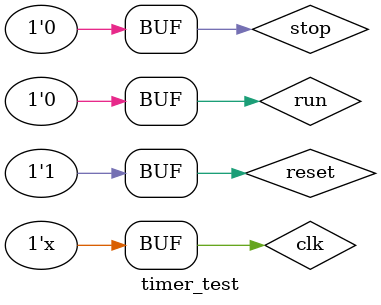
<source format=v>
`timescale 1ns / 1ps

module timer_test();
    reg clk; // Ê±ÖÓÐÅºÅ
    reg reset; // ÖØÖÃÐÅºÅ
    reg run; // ¼ÌÐø¼ÆÊ±ÐÅºÅ 
    reg stop;  // Í£Ö¹¼ÆÊ±ÐÅºÅ
    wire [3:0] select_digit; // ÊýÂë¹ÜÑ¡ÔñÐÅºÅ
    wire [7:0] digit_num; // Ñ¡ÖÐµÄÊýÂë¹ÜÏÔÊ¾µÄÊý×Ö
    wire led1; // 1·ÖÖÓ
    wire led2; // ³¬Ê±µÆ
    initial begin
        clk <= 1'b0;
        reset <= 1'b1;
        stop <= 1'b0;
        run <= 1'b0;
        # 100 reset <= 1'b0;
        # 500 reset <= 1'b1;
        # 100 run <= 1'b1;
        # 500 run <= 1'b0;
        
//        # 10000 $stop;
    end
    
    always # 5 clk = ~clk;
    
    timer timer(clk, reset, run, stop, select_digit, digit_num, led1, led2);
endmodule

</source>
